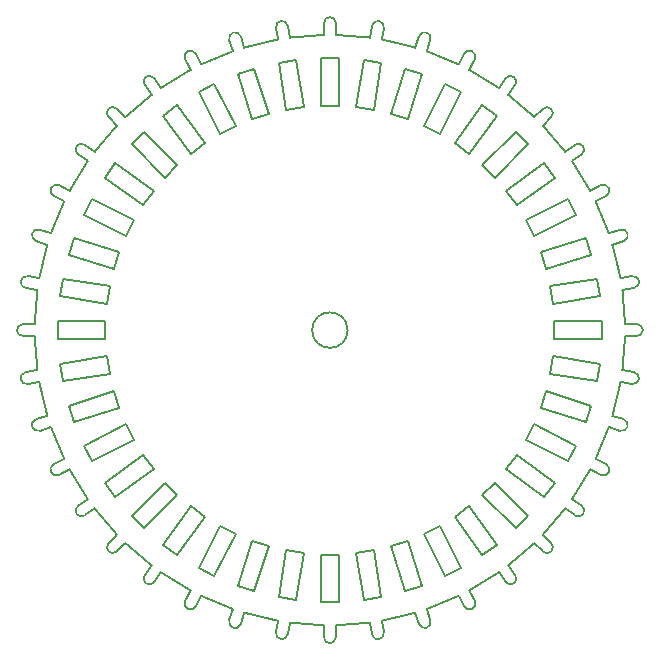
<source format=gbr>
G04 #@! TF.GenerationSoftware,KiCad,Pcbnew,(5.1.5-0-10_14)*
G04 #@! TF.CreationDate,2020-02-03T08:52:09-05:00*
G04 #@! TF.ProjectId,indexingWheel,696e6465-7869-46e6-9757-6865656c2e6b,rev?*
G04 #@! TF.SameCoordinates,Original*
G04 #@! TF.FileFunction,Profile,NP*
%FSLAX46Y46*%
G04 Gerber Fmt 4.6, Leading zero omitted, Abs format (unit mm)*
G04 Created by KiCad (PCBNEW (5.1.5-0-10_14)) date 2020-02-03 08:52:09*
%MOMM*%
%LPD*%
G04 APERTURE LIST*
%ADD10C,0.200000*%
G04 APERTURE END LIST*
D10*
X142490915Y-80371609D02*
G75*
G02X143299931Y-79783823I404508J293893D01*
G01*
X143890656Y-80596886D02*
X143299931Y-79783823D01*
X143890656Y-80596886D02*
G75*
G02X146384844Y-79068445I14287183J-20515271D01*
G01*
X145928583Y-78172983D02*
X146384844Y-79068445D01*
X145928584Y-78172983D02*
G75*
G02X146819590Y-77718993I445503J226995D01*
G01*
X147275850Y-78614455D02*
X146819590Y-77718993D01*
X147275851Y-78614455D02*
G75*
G02X149978432Y-77495009I10901988J-22497702D01*
G01*
X149667869Y-76539197D02*
X149978432Y-77495009D01*
X149667870Y-76539196D02*
G75*
G02X150618926Y-76230180I475528J154508D01*
G01*
X150929488Y-77185992D02*
X150618926Y-76230180D01*
X150929488Y-77185991D02*
G75*
G02X153773916Y-76503105I7248351J-23926166D01*
G01*
X153616699Y-75510478D02*
X153773916Y-76503105D01*
X153616698Y-75510479D02*
G75*
G02X154604388Y-75354043I493845J78218D01*
G01*
X154761604Y-76346671D02*
X154604388Y-75354043D01*
X154761605Y-76346671D02*
G75*
G02X157677840Y-76117158I3416234J-24765486D01*
G01*
X157677839Y-75112157D02*
X157677840Y-76117158D01*
X157677840Y-75112157D02*
G75*
G02X158677838Y-75112157I499999J0D01*
G01*
X158677839Y-76117158D02*
X158677838Y-75112158D01*
X158677839Y-76117158D02*
G75*
G02X161594074Y-76346671I-500000J-24994999D01*
G01*
X161751290Y-75354043D02*
X161594074Y-76346671D01*
X161751291Y-75354044D02*
G75*
G02X162738979Y-75510478I493844J-78217D01*
G01*
X162581762Y-76503105D02*
X162738979Y-75510478D01*
X162581762Y-76503106D02*
G75*
G02X165426190Y-77185992I-4403923J-24609051D01*
G01*
X165736752Y-76230180D02*
X165426190Y-77185992D01*
X165736751Y-76230179D02*
G75*
G02X166687809Y-76539197I475529J-154509D01*
G01*
X166377246Y-77495009D02*
X166687809Y-76539197D01*
X166377247Y-77495009D02*
G75*
G02X169079828Y-78614455I-8199408J-23617148D01*
G01*
X169536088Y-77718993D02*
X169079828Y-78614455D01*
X169536087Y-77718993D02*
G75*
G02X170427095Y-78172983I445504J-226995D01*
G01*
X169970834Y-79068445D02*
X170427095Y-78172983D01*
X169970834Y-79068446D02*
G75*
G02X172465022Y-80596886I-11792995J-22043711D01*
G01*
X173055747Y-79783823D02*
X172465022Y-80596886D01*
X173055746Y-79783824D02*
G75*
G02X173864764Y-80371608I404509J-293892D01*
G01*
X173274039Y-81184671D02*
X173864764Y-80371608D01*
X173274039Y-81184670D02*
G75*
G02X175498419Y-83084470I-15096200J-19927487D01*
G01*
X176209061Y-82373828D02*
X175498419Y-83084470D01*
X176209062Y-82373827D02*
G75*
G02X176916168Y-83080935I353553J-353554D01*
G01*
X176205526Y-83791577D02*
X176916168Y-83080935D01*
X176205525Y-83791577D02*
G75*
G02X178105325Y-86015957I-18027686J-17320580D01*
G01*
X178918388Y-85425232D02*
X178105325Y-86015957D01*
X154604387Y-126870270D02*
G75*
G02X153616699Y-126713836I-493844J78217D01*
G01*
X153773916Y-125721209D02*
X153616699Y-126713836D01*
X153773916Y-125721208D02*
G75*
G02X150929488Y-125038322I4403923J24609051D01*
G01*
X150618926Y-125994134D02*
X150929488Y-125038322D01*
X150618927Y-125994135D02*
G75*
G02X149667869Y-125685117I-475529J154509D01*
G01*
X149978432Y-124729305D02*
X149667869Y-125685117D01*
X134251674Y-108360508D02*
X133295862Y-108671070D01*
X134251673Y-108360508D02*
G75*
G02X133568787Y-105516080I23926166J7248351D01*
G01*
X132576160Y-105673297D02*
X133568787Y-105516080D01*
X133182840Y-100612157D02*
X132177840Y-100612158D01*
X133182840Y-100612157D02*
G75*
G02X133412353Y-97695922I24994999J-500000D01*
G01*
X132419725Y-97538706D02*
X133412353Y-97695922D01*
X132419726Y-97538705D02*
G75*
G02X132576160Y-96551017I78217J493844D01*
G01*
X133568787Y-96708234D02*
X132576160Y-96551017D01*
X133568788Y-96708234D02*
G75*
G02X134251674Y-93863806I24609051J-4403923D01*
G01*
X178918387Y-85425233D02*
G75*
G02X179506173Y-86234249I293893J-404508D01*
G01*
X178693110Y-86824974D02*
X179506173Y-86234249D01*
X178693110Y-86824974D02*
G75*
G02X180221551Y-89319162I-20515271J-14287183D01*
G01*
X181117013Y-88862901D02*
X180221551Y-89319162D01*
X140146616Y-119850487D02*
G75*
G02X139439510Y-119143379I-353553J353554D01*
G01*
X140150152Y-118432737D02*
X139439510Y-119143379D01*
X140150153Y-118432737D02*
G75*
G02X138250353Y-116208357I18027686J17320580D01*
G01*
X137437290Y-116799082D02*
X138250353Y-116208357D01*
X137437291Y-116799081D02*
G75*
G02X136849505Y-115990065I-293893J404508D01*
G01*
X137662568Y-115399340D02*
X136849505Y-115990065D01*
X137662568Y-115399340D02*
G75*
G02X136134127Y-112905152I20515271J14287183D01*
G01*
X135238665Y-113361413D02*
X136134127Y-112905152D01*
X135238665Y-113361412D02*
G75*
G02X134784675Y-112470406I-226995J445503D01*
G01*
X135680137Y-112014146D02*
X134784675Y-112470406D01*
X146384844Y-123155869D02*
X145928583Y-124051331D01*
X146384844Y-123155868D02*
G75*
G02X143890656Y-121627428I11792995J22043711D01*
G01*
X143299931Y-122440491D02*
X143890656Y-121627428D01*
X143299932Y-122440490D02*
G75*
G02X142490914Y-121852706I-404509J293892D01*
G01*
X143081639Y-121039643D02*
X142490914Y-121852706D01*
X143081639Y-121039644D02*
G75*
G02X140857259Y-119139844I15096200J19927487D01*
G01*
X140146617Y-119850486D02*
X140857259Y-119139844D01*
X157677840Y-126107156D02*
X157677839Y-127112157D01*
X157677839Y-126107156D02*
G75*
G02X154761604Y-125877643I500000J24994999D01*
G01*
X154604388Y-126870271D02*
X154761604Y-125877643D01*
X133295862Y-93553244D02*
X134251674Y-93863806D01*
X133295861Y-93553245D02*
G75*
G02X133604879Y-92602187I154509J475529D01*
G01*
X134560691Y-92912750D02*
X133604879Y-92602187D01*
X134560691Y-92912749D02*
G75*
G02X135680137Y-90210168I23617148J-8199408D01*
G01*
X134784675Y-89753908D02*
X135680137Y-90210168D01*
X134784675Y-89753909D02*
G75*
G02X135238665Y-88862901I226995J445504D01*
G01*
X136134127Y-89319162D02*
X135238665Y-88862901D01*
X136134128Y-89319162D02*
G75*
G02X137662568Y-86824974I22043711J-11792995D01*
G01*
X136849505Y-86234249D02*
X137662568Y-86824974D01*
X136849506Y-86234250D02*
G75*
G02X137437290Y-85425232I293892J404509D01*
G01*
X138250353Y-86015957D02*
X137437290Y-85425232D01*
X138250352Y-86015957D02*
G75*
G02X140150152Y-83791577I19927487J-15096200D01*
G01*
X139439510Y-83080935D02*
X140150152Y-83791577D01*
X139439509Y-83080934D02*
G75*
G02X140146617Y-82373828I353554J353553D01*
G01*
X140857259Y-83084470D02*
X140146617Y-82373828D01*
X140857259Y-83084471D02*
G75*
G02X143081639Y-81184671I17320580J-18027686D01*
G01*
X142490914Y-80371608D02*
X143081639Y-81184671D01*
X132576161Y-105673298D02*
G75*
G02X132419725Y-104685608I-78218J493845D01*
G01*
X133412353Y-104528392D02*
X132419725Y-104685608D01*
X133412353Y-104528391D02*
G75*
G02X133182840Y-101612156I24765486J3416234D01*
G01*
X132177839Y-101612157D02*
X133182840Y-101612156D01*
X132177838Y-101612156D02*
G75*
G02X132177840Y-100612158I1J499999D01*
G01*
X139129610Y-88199859D02*
X142365678Y-90551000D01*
X161594073Y-125877643D02*
G75*
G02X158677838Y-126107156I-3416234J24765486D01*
G01*
X158677839Y-127112157D02*
X158677838Y-126107156D01*
X158677839Y-127112157D02*
G75*
G02X157677839Y-127112157I-500000J0D01*
G01*
X135680137Y-112014145D02*
G75*
G02X134560691Y-109311564I22497702J10901988D01*
G01*
X133604879Y-109622127D02*
X134560691Y-109311564D01*
X133604878Y-109622126D02*
G75*
G02X133295862Y-108671070I-154508J475528D01*
G01*
X149978431Y-124729305D02*
G75*
G02X147275850Y-123609859I8199408J23617148D01*
G01*
X146819590Y-124505321D02*
X147275850Y-123609859D01*
X146819591Y-124505321D02*
G75*
G02X145928583Y-124051331I-445504J226995D01*
G01*
X171082537Y-115077515D02*
X173910964Y-117905943D01*
X172143197Y-114016855D02*
X171082537Y-115077515D01*
X174971625Y-116845282D02*
X172143197Y-114016855D01*
X141384053Y-116845282D02*
X142444714Y-117905943D01*
X179506173Y-115990065D02*
X178693110Y-115399340D01*
X179506172Y-115990064D02*
G75*
G02X178918388Y-116799082I-293892J-404509D01*
G01*
X178105325Y-116208357D02*
X178918388Y-116799082D01*
X178105326Y-116208357D02*
G75*
G02X176205526Y-118432737I-19927487J15096200D01*
G01*
X176916168Y-119143379D02*
X176205526Y-118432737D01*
X176916169Y-119143380D02*
G75*
G02X176209061Y-119850486I-353554J-353553D01*
G01*
X175498419Y-119139844D02*
X176209061Y-119850486D01*
X175498419Y-119139843D02*
G75*
G02X173274039Y-121039643I-17320580J18027686D01*
G01*
X173864764Y-121852706D02*
X173274039Y-121039643D01*
X173864763Y-121852705D02*
G75*
G02X173055747Y-122440491I-404508J-293893D01*
G01*
X172465022Y-121627428D02*
X173055747Y-122440491D01*
X172465022Y-121627428D02*
G75*
G02X169970834Y-123155869I-14287183J20515271D01*
G01*
X165426190Y-125038322D02*
X165736752Y-125994134D01*
X165426190Y-125038323D02*
G75*
G02X162581762Y-125721209I-7248351J23926166D01*
G01*
X162738979Y-126713836D02*
X162581762Y-125721209D01*
X162738980Y-126713835D02*
G75*
G02X161751290Y-126870271I-493845J-78218D01*
G01*
X161594074Y-125877643D02*
X161751290Y-126870271D01*
X171090137Y-120160386D02*
X172303662Y-119278708D01*
X168738996Y-116924318D02*
X171090137Y-120160386D01*
X169952521Y-116042640D02*
X168738996Y-116924318D01*
X172303662Y-119278708D02*
X169952521Y-116042640D01*
X173910964Y-117905943D02*
X174971625Y-116845282D01*
X183059816Y-108671070D02*
X182104004Y-108360508D01*
X183059817Y-108671069D02*
G75*
G02X182750799Y-109622127I-154509J-475529D01*
G01*
X181794987Y-109311564D02*
X182750799Y-109622127D01*
X181794987Y-109311565D02*
G75*
G02X180675541Y-112014146I-23617148J8199408D01*
G01*
X181571003Y-112470406D02*
X180675541Y-112014146D01*
X169079827Y-123609859D02*
G75*
G02X166377246Y-124729305I-10901988J22497702D01*
G01*
X166687809Y-125685117D02*
X166377246Y-124729305D01*
X166687808Y-125685118D02*
G75*
G02X165736752Y-125994134I-475528J-154508D01*
G01*
X181117013Y-88862902D02*
G75*
G02X181571003Y-89753908I226995J-445503D01*
G01*
X180675541Y-90210168D02*
X181571003Y-89753908D01*
X180675541Y-90210169D02*
G75*
G02X181794987Y-92912750I-22497702J-10901988D01*
G01*
X182750799Y-92602187D02*
X181794987Y-92912750D01*
X182750800Y-92602188D02*
G75*
G02X183059816Y-93553244I154508J-475528D01*
G01*
X180283901Y-107506255D02*
X176479675Y-106270187D01*
X174971625Y-85379032D02*
X173910964Y-84318371D01*
X172143197Y-88207459D02*
X174971625Y-85379032D01*
X139177839Y-100362158D02*
X135177839Y-100362158D01*
X139177839Y-101862157D02*
X139177839Y-100362158D01*
X135177839Y-101862157D02*
X139177839Y-101862157D01*
X181571003Y-112470405D02*
G75*
G02X181117013Y-113361413I-226995J-445504D01*
G01*
X180221551Y-112905152D02*
X181117013Y-113361413D01*
X180221550Y-112905152D02*
G75*
G02X178693110Y-115399340I-22043711J11792995D01*
G01*
X182104004Y-93863806D02*
X183059816Y-93553244D01*
X182104005Y-93863806D02*
G75*
G02X182786891Y-96708234I-23926166J-7248351D01*
G01*
X183779518Y-96551017D02*
X182786891Y-96708234D01*
X171082537Y-87146799D02*
X172143197Y-88207459D01*
X173910964Y-84318371D02*
X171082537Y-87146799D01*
X135177839Y-100362158D02*
X135177839Y-101862157D01*
X183779517Y-96551016D02*
G75*
G02X183935953Y-97538706I78218J-493845D01*
G01*
X182943325Y-97695922D02*
X183935953Y-97538706D01*
X182943325Y-97695923D02*
G75*
G02X183172838Y-100612158I-24765486J-3416234D01*
G01*
X184177839Y-100612157D02*
X183172838Y-100612158D01*
X179820376Y-108932840D02*
X180283901Y-107506255D01*
X176016150Y-107696772D02*
X179820376Y-108932840D01*
X176479675Y-106270187D02*
X176016150Y-107696772D01*
X184177840Y-100612158D02*
G75*
G02X184177838Y-101612156I-1J-499999D01*
G01*
X183172838Y-101612157D02*
X184177838Y-101612156D01*
X183172838Y-101612157D02*
G75*
G02X182943325Y-104528392I-24994999J500000D01*
G01*
X183935953Y-104685608D02*
X182943325Y-104528392D01*
X183935952Y-104685609D02*
G75*
G02X183779518Y-105673297I-78217J-493844D01*
G01*
X182786891Y-105516080D02*
X183779518Y-105673297D01*
X182786890Y-105516080D02*
G75*
G02X182104004Y-108360508I-24609051J4403923D01*
G01*
X168738996Y-85299996D02*
X169952521Y-86181674D01*
X171090137Y-82063928D02*
X168738996Y-85299996D01*
X180283901Y-94718059D02*
X179820376Y-93291474D01*
X176479675Y-95954127D02*
X180283901Y-94718059D01*
X176016150Y-94527542D02*
X176479675Y-95954127D01*
X179820376Y-93291474D02*
X176016150Y-94527542D01*
X136071777Y-107506255D02*
X136535302Y-108932840D01*
X139876003Y-106270187D02*
X136071777Y-107506255D01*
X140339528Y-107696772D02*
X139876003Y-106270187D01*
X136535302Y-108932840D02*
X140339528Y-107696772D01*
X170427095Y-124051331D02*
X169970834Y-123155869D01*
X170427094Y-124051331D02*
G75*
G02X169536088Y-124505321I-445503J-226995D01*
G01*
X169079828Y-123609859D02*
X169536088Y-124505321D01*
X144212481Y-114016855D02*
X141384053Y-116845282D01*
X145273141Y-115077515D02*
X144212481Y-114016855D01*
X142444714Y-117905943D02*
X145273141Y-115077515D01*
X172303662Y-82945606D02*
X171090137Y-82063928D01*
X169952521Y-86181674D02*
X172303662Y-82945606D01*
X176826591Y-104825178D02*
X180777344Y-105450915D01*
X177061243Y-103343645D02*
X176826591Y-104825178D01*
X181011996Y-103969383D02*
X177061243Y-103343645D01*
X161035065Y-123946314D02*
X162516597Y-123711662D01*
X160409327Y-119995561D02*
X161035065Y-123946314D01*
X161890860Y-119760909D02*
X160409327Y-119995561D01*
X162516597Y-123711662D02*
X161890860Y-119760909D01*
X165998522Y-79469620D02*
X164571937Y-79006095D01*
X164762454Y-83273846D02*
X165998522Y-79469620D01*
X143247356Y-89337475D02*
X140011288Y-86986334D01*
X142365678Y-90551000D02*
X143247356Y-89337475D01*
X148883765Y-84523526D02*
X150220275Y-83842541D01*
X147067803Y-80959500D02*
X148883765Y-84523526D01*
X142444714Y-84318371D02*
X141384053Y-85379032D01*
X145273141Y-87146799D02*
X142444714Y-84318371D01*
X144212481Y-88207459D02*
X145273141Y-87146799D01*
X141384053Y-85379032D02*
X144212481Y-88207459D01*
X169287875Y-80959500D02*
X167951365Y-80278515D01*
X139294435Y-103343645D02*
X135343682Y-103969383D01*
X139529087Y-104825178D02*
X139294435Y-103343645D01*
X135578334Y-105450915D02*
X139529087Y-104825178D01*
X159677839Y-101112157D02*
G75*
G03X159677839Y-101112157I-1500000J0D01*
G01*
X158927838Y-78112157D02*
X157427839Y-78112157D01*
X158927838Y-82112157D02*
X158927838Y-78112157D01*
X157427839Y-82112157D02*
X158927838Y-82112157D01*
X157427839Y-78112157D02*
X157427839Y-82112157D01*
X178330496Y-112222193D02*
X179011481Y-110885683D01*
X174766470Y-110406231D02*
X178330496Y-112222193D01*
X175447455Y-109069721D02*
X174766470Y-110406231D01*
X179011481Y-110885683D02*
X175447455Y-109069721D01*
X164571937Y-123218219D02*
X165998522Y-122754694D01*
X163335869Y-119413993D02*
X164571937Y-123218219D01*
X164762454Y-118950468D02*
X163335869Y-119413993D01*
X173108322Y-89337475D02*
X173990000Y-90551000D01*
X176344390Y-86986334D02*
X173108322Y-89337475D01*
X158927839Y-120112157D02*
X157427839Y-120112157D01*
X158927839Y-124112157D02*
X158927839Y-120112157D01*
X157427839Y-124112157D02*
X158927839Y-124112157D01*
X157427839Y-120112157D02*
X157427839Y-124112157D01*
X137344197Y-110885683D02*
X138025182Y-112222193D01*
X140908223Y-109069721D02*
X137344197Y-110885683D01*
X141589208Y-110406231D02*
X140908223Y-109069721D01*
X138025182Y-112222193D02*
X141589208Y-110406231D01*
X162516597Y-78512652D02*
X161035065Y-78278000D01*
X161890860Y-82463405D02*
X162516597Y-78512652D01*
X160409327Y-82228753D02*
X161890860Y-82463405D01*
X161035065Y-78278000D02*
X160409327Y-82228753D01*
X153839081Y-123711662D02*
X155320613Y-123946314D01*
X154464818Y-119760909D02*
X153839081Y-123711662D01*
X155946351Y-119995561D02*
X154464818Y-119760909D01*
X155320613Y-123946314D02*
X155946351Y-119995561D01*
X181177839Y-101862156D02*
X181177839Y-100362157D01*
X177177839Y-101862156D02*
X181177839Y-101862156D01*
X177177839Y-100362157D02*
X177177839Y-101862156D01*
X181177839Y-100362157D02*
X177177839Y-100362157D01*
X138025182Y-90002121D02*
X137344197Y-91338631D01*
X141589208Y-91818083D02*
X138025182Y-90002121D01*
X167471913Y-84523526D02*
X169287875Y-80959500D01*
X166135403Y-83842541D02*
X167471913Y-84523526D01*
X167951365Y-80278515D02*
X166135403Y-83842541D01*
X145265541Y-82063928D02*
X144052016Y-82945606D01*
X147616682Y-85299996D02*
X145265541Y-82063928D01*
X146403157Y-86181674D02*
X147616682Y-85299996D01*
X144052016Y-82945606D02*
X146403157Y-86181674D01*
X135343682Y-103969383D02*
X135578334Y-105450915D01*
X173990000Y-111673314D02*
X173108322Y-112886839D01*
X177226068Y-114024455D02*
X173990000Y-111673314D01*
X136535302Y-93291474D02*
X136071777Y-94718059D01*
X140339528Y-94527542D02*
X136535302Y-93291474D01*
X139876003Y-95954127D02*
X140339528Y-94527542D01*
X136071777Y-94718059D02*
X139876003Y-95954127D01*
X140011288Y-86986334D02*
X139129610Y-88199859D01*
X140908223Y-93154593D02*
X141589208Y-91818083D01*
X137344197Y-91338631D02*
X140908223Y-93154593D01*
X144052016Y-119278708D02*
X145265541Y-120160386D01*
X146403157Y-116042640D02*
X144052016Y-119278708D01*
X147616682Y-116924318D02*
X146403157Y-116042640D01*
X145265541Y-120160386D02*
X147616682Y-116924318D01*
X176344390Y-115237980D02*
X177226068Y-114024455D01*
X173108322Y-112886839D02*
X176344390Y-115237980D01*
X165998522Y-122754694D02*
X164762454Y-118950468D01*
X135578334Y-96773399D02*
X135343682Y-98254931D01*
X139529087Y-97399136D02*
X135578334Y-96773399D01*
X139294435Y-98880669D02*
X139529087Y-97399136D01*
X135343682Y-98254931D02*
X139294435Y-98880669D01*
X155320613Y-78278000D02*
X153839081Y-78512652D01*
X155946351Y-82228753D02*
X155320613Y-78278000D01*
X154464818Y-82463405D02*
X155946351Y-82228753D01*
X180777344Y-96773399D02*
X176826591Y-97399136D01*
X150357156Y-122754694D02*
X151783741Y-123218219D01*
X151593224Y-118950468D02*
X150357156Y-122754694D01*
X153019809Y-119413993D02*
X151593224Y-118950468D01*
X151783741Y-123218219D02*
X153019809Y-119413993D01*
X148404313Y-80278515D02*
X147067803Y-80959500D01*
X150220275Y-83842541D02*
X148404313Y-80278515D01*
X163335869Y-82810321D02*
X164762454Y-83273846D01*
X164571937Y-79006095D02*
X163335869Y-82810321D01*
X167951365Y-121945799D02*
X169287875Y-121264814D01*
X166135403Y-118381773D02*
X167951365Y-121945799D01*
X167471913Y-117700788D02*
X166135403Y-118381773D01*
X169287875Y-121264814D02*
X167471913Y-117700788D01*
X181011996Y-98254931D02*
X180777344Y-96773399D01*
X177061243Y-98880669D02*
X181011996Y-98254931D01*
X176826591Y-97399136D02*
X177061243Y-98880669D01*
X151783741Y-79006095D02*
X150357156Y-79469620D01*
X153019809Y-82810321D02*
X151783741Y-79006095D01*
X151593224Y-83273846D02*
X153019809Y-82810321D01*
X150357156Y-79469620D02*
X151593224Y-83273846D01*
X139129610Y-114024455D02*
X140011288Y-115237980D01*
X142365678Y-111673314D02*
X139129610Y-114024455D01*
X143247356Y-112886839D02*
X142365678Y-111673314D01*
X140011288Y-115237980D02*
X143247356Y-112886839D01*
X147067803Y-121264814D02*
X148404313Y-121945799D01*
X148883765Y-117700788D02*
X147067803Y-121264814D01*
X150220275Y-118381773D02*
X148883765Y-117700788D01*
X148404313Y-121945799D02*
X150220275Y-118381773D01*
X180777344Y-105450915D02*
X181011996Y-103969383D01*
X153839081Y-78512652D02*
X154464818Y-82463405D01*
X179011481Y-91338631D02*
X178330496Y-90002121D01*
X175447455Y-93154593D02*
X179011481Y-91338631D01*
X174766470Y-91818083D02*
X175447455Y-93154593D01*
X178330496Y-90002121D02*
X174766470Y-91818083D01*
X177226068Y-88199859D02*
X176344390Y-86986334D01*
X173990000Y-90551000D02*
X177226068Y-88199859D01*
M02*

</source>
